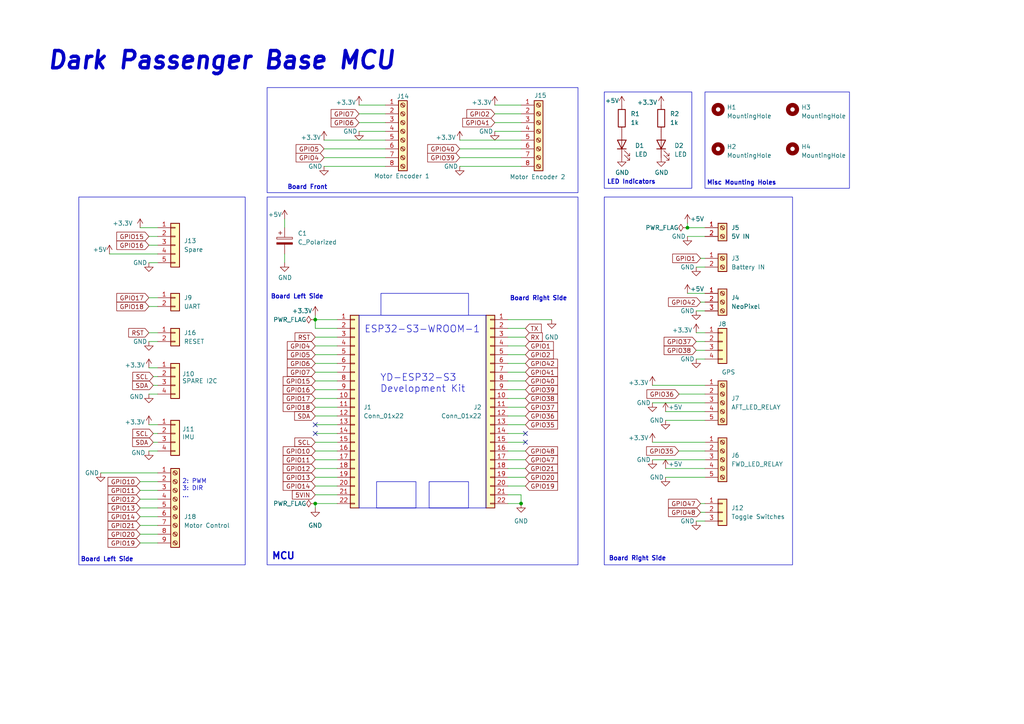
<source format=kicad_sch>
(kicad_sch (version 20250114) (generator "eeschema") (generator_version "9.0")
  (paper "A4")
  (title_block (title "Dark Passenger Base MCU Schematic") (date "2025-03-27") (rev "1.0") (comment 1 "Email: ranil.ganlath@gmail.com") (comment 2 "Author: Ranil Ganlath"))
  (lib_symbols
    (symbol "Connector:Screw_Terminal_01x02" (pin_names (offset 1.016) (hide yes))
      (property "Reference" "J" (at 0 2.54 0))
      (property "Value" "Screw_Terminal_01x02" (at 0 -5.08 0))
      (symbol "Screw_Terminal_01x02_1_1"
        (pin passive line (at -5.08 0 0) (length 3.81) (name "Pin_1") (number "1"))
        (pin passive line (at -5.08 -2.54 0) (length 3.81) (name "Pin_2") (number "2"))
      )
    )
    (symbol "Connector:Screw_Terminal_01x03" (pin_names (offset 1.016) (hide yes))
      (property "Reference" "J" (at 0 5.08 0))
      (property "Value" "Screw_Terminal_01x03" (at 0 -5.08 0))
      (symbol "Screw_Terminal_01x03_1_1"
        (pin passive line (at -5.08 2.54 0) (length 3.81) (name "Pin_1") (number "1"))
        (pin passive line (at -5.08 0 0) (length 3.81) (name "Pin_2") (number "2"))
        (pin passive line (at -5.08 -2.54 0) (length 3.81) (name "Pin_3") (number "3"))
      )
    )
    (symbol "Connector:Screw_Terminal_01x05" (pin_names (offset 1.016) (hide yes))
      (property "Reference" "J" (at 0 7.62 0))
      (property "Value" "Screw_Terminal_01x05" (at 0 -7.62 0))
      (symbol "Screw_Terminal_01x05_1_1"
        (pin passive line (at -5.08 5.08 0) (length 3.81) (name "Pin_1") (number "1"))
        (pin passive line (at -5.08 2.54 0) (length 3.81) (name "Pin_2") (number "2"))
        (pin passive line (at -5.08 0 0) (length 3.81) (name "Pin_3") (number "3"))
        (pin passive line (at -5.08 -2.54 0) (length 3.81) (name "Pin_4") (number "4"))
        (pin passive line (at -5.08 -5.08 0) (length 3.81) (name "Pin_5") (number "5"))
      )
    )
    (symbol "Connector:Screw_Terminal_01x08" (pin_names (offset 1.016) (hide yes))
      (property "Reference" "J" (at 0 10.16 0))
      (property "Value" "Screw_Terminal_01x08" (at 0 -12.7 0))
      (symbol "Screw_Terminal_01x08_1_1"
        (pin passive line (at -5.08 7.62 0) (length 3.81) (name "Pin_1") (number "1"))
        (pin passive line (at -5.08 5.08 0) (length 3.81) (name "Pin_2") (number "2"))
        (pin passive line (at -5.08 2.54 0) (length 3.81) (name "Pin_3") (number "3"))
        (pin passive line (at -5.08 0 0) (length 3.81) (name "Pin_4") (number "4"))
        (pin passive line (at -5.08 -2.54 0) (length 3.81) (name "Pin_5") (number "5"))
        (pin passive line (at -5.08 -5.08 0) (length 3.81) (name "Pin_6") (number "6"))
        (pin passive line (at -5.08 -7.62 0) (length 3.81) (name "Pin_7") (number "7"))
        (pin passive line (at -5.08 -10.16 0) (length 3.81) (name "Pin_8") (number "8"))
      )
    )
    (symbol "Connector:Screw_Terminal_01x09" (pin_names (offset 1.016) (hide yes))
      (property "Reference" "J" (at 0 12.7 0))
      (property "Value" "Screw_Terminal_01x09" (at 0 -12.7 0))
      (symbol "Screw_Terminal_01x09_1_1"
        (pin passive line (at -5.08 10.16 0) (length 3.81) (name "Pin_1") (number "1"))
        (pin passive line (at -5.08 7.62 0) (length 3.81) (name "Pin_2") (number "2"))
        (pin passive line (at -5.08 5.08 0) (length 3.81) (name "Pin_3") (number "3"))
        (pin passive line (at -5.08 2.54 0) (length 3.81) (name "Pin_4") (number "4"))
        (pin passive line (at -5.08 0 0) (length 3.81) (name "Pin_5") (number "5"))
        (pin passive line (at -5.08 -2.54 0) (length 3.81) (name "Pin_6") (number "6"))
        (pin passive line (at -5.08 -5.08 0) (length 3.81) (name "Pin_7") (number "7"))
        (pin passive line (at -5.08 -7.62 0) (length 3.81) (name "Pin_8") (number "8"))
        (pin passive line (at -5.08 -10.16 0) (length 3.81) (name "Pin_9") (number "9"))
      )
    )
    (symbol "Connector_Generic:Conn_01x02" (pin_names (offset 1.016) (hide yes))
      (property "Reference" "J" (at 0 2.54 0))
      (property "Value" "Conn_01x02" (at 0 -5.08 0))
      (symbol "Conn_01x02_1_1"
        (pin passive line (at -5.08 0 0) (length 3.81) (name "Pin_1") (number "1"))
        (pin passive line (at -5.08 -2.54 0) (length 3.81) (name "Pin_2") (number "2"))
      )
    )
    (symbol "Connector_Generic:Conn_01x03" (pin_names (offset 1.016) (hide yes))
      (property "Reference" "J" (at 0 5.08 0))
      (property "Value" "Conn_01x03" (at 0 -5.08 0))
      (symbol "Conn_01x03_1_1"
        (pin passive line (at -5.08 2.54 0) (length 3.81) (name "Pin_1") (number "1"))
        (pin passive line (at -5.08 0 0) (length 3.81) (name "Pin_2") (number "2"))
        (pin passive line (at -5.08 -2.54 0) (length 3.81) (name "Pin_3") (number "3"))
      )
    )
    (symbol "Connector_Generic:Conn_01x04" (pin_names (offset 1.016) (hide yes))
      (property "Reference" "J" (at 0 5.08 0))
      (property "Value" "Conn_01x04" (at 0 -7.62 0))
      (symbol "Conn_01x04_1_1"
        (pin passive line (at -5.08 2.54 0) (length 3.81) (name "Pin_1") (number "1"))
        (pin passive line (at -5.08 0 0) (length 3.81) (name "Pin_2") (number "2"))
        (pin passive line (at -5.08 -2.54 0) (length 3.81) (name "Pin_3") (number "3"))
        (pin passive line (at -5.08 -5.08 0) (length 3.81) (name "Pin_4") (number "4"))
      )
    )
    (symbol "Connector_Generic:Conn_01x05" (pin_names (offset 1.016) (hide yes))
      (property "Reference" "J" (at 0 7.62 0))
      (property "Value" "Conn_01x05" (at 0 -7.62 0))
      (symbol "Conn_01x05_1_1"
        (pin passive line (at -5.08 5.08 0) (length 3.81) (name "Pin_1") (number "1"))
        (pin passive line (at -5.08 2.54 0) (length 3.81) (name "Pin_2") (number "2"))
        (pin passive line (at -5.08 0 0) (length 3.81) (name "Pin_3") (number "3"))
        (pin passive line (at -5.08 -2.54 0) (length 3.81) (name "Pin_4") (number "4"))
        (pin passive line (at -5.08 -5.08 0) (length 3.81) (name "Pin_5") (number "5"))
      )
    )
    (symbol "Connector_Generic:Conn_01x22" (pin_names (offset 1.016) (hide yes))
      (property "Reference" "J" (at 0 27.94 0))
      (property "Value" "Conn_01x22" (at 0 -30.48 0))
      (symbol "Conn_01x22_1_1"
        (pin passive line (at -5.08 25.4 0) (length 3.81) (name "Pin_1") (number "1"))
        (pin passive line (at -5.08 22.86 0) (length 3.81) (name "Pin_2") (number "2"))
        (pin passive line (at -5.08 20.32 0) (length 3.81) (name "Pin_3") (number "3"))
        (pin passive line (at -5.08 17.78 0) (length 3.81) (name "Pin_4") (number "4"))
        (pin passive line (at -5.08 15.24 0) (length 3.81) (name "Pin_5") (number "5"))
        (pin passive line (at -5.08 12.7 0) (length 3.81) (name "Pin_6") (number "6"))
        (pin passive line (at -5.08 10.16 0) (length 3.81) (name "Pin_7") (number "7"))
        (pin passive line (at -5.08 7.62 0) (length 3.81) (name "Pin_8") (number "8"))
        (pin passive line (at -5.08 5.08 0) (length 3.81) (name "Pin_9") (number "9"))
        (pin passive line (at -5.08 2.54 0) (length 3.81) (name "Pin_10") (number "10"))
        (pin passive line (at -5.08 0 0) (length 3.81) (name "Pin_11") (number "11"))
        (pin passive line (at -5.08 -2.54 0) (length 3.81) (name "Pin_12") (number "12"))
        (pin passive line (at -5.08 -5.08 0) (length 3.81) (name "Pin_13") (number "13"))
        (pin passive line (at -5.08 -7.62 0) (length 3.81) (name "Pin_14") (number "14"))
        (pin passive line (at -5.08 -10.16 0) (length 3.81) (name "Pin_15") (number "15"))
        (pin passive line (at -5.08 -12.7 0) (length 3.81) (name "Pin_16") (number "16"))
        (pin passive line (at -5.08 -15.24 0) (length 3.81) (name "Pin_17") (number "17"))
        (pin passive line (at -5.08 -17.78 0) (length 3.81) (name "Pin_18") (number "18"))
        (pin passive line (at -5.08 -20.32 0) (length 3.81) (name "Pin_19") (number "19"))
        (pin passive line (at -5.08 -22.86 0) (length 3.81) (name "Pin_20") (number "20"))
        (pin passive line (at -5.08 -25.4 0) (length 3.81) (name "Pin_21") (number "21"))
        (pin passive line (at -5.08 -27.94 0) (length 3.81) (name "Pin_22") (number "22"))
      )
    )
    (symbol "Device:C_Polarized" (pin_numbers (hide yes)) (pin_names (offset 0.254))
      (property "Reference" "C" (at 0.635 2.54 0))
      (property "Value" "C_Polarized" (at 0.635 -2.54 0))
      (symbol "C_Polarized_1_1"
        (pin passive line (at 0 3.81 270) (length 2.794) (name "~") (number "1"))
        (pin passive line (at 0 -3.81 90) (length 2.794) (name "~") (number "2"))
      )
    )
    (symbol "Device:R" (pin_numbers (hide yes)) (pin_names (offset 0))
      (property "Reference" "R" (at 2.032 0 90))
      (property "Value" "R" (at 0 0 90))
      (symbol "R_1_1"
        (pin passive line (at 0 3.81 270) (length 1.27) (name "~") (number "1"))
        (pin passive line (at 0 -3.81 90) (length 1.27) (name "~") (number "2"))
      )
    )
    (symbol "GND_1" (power) (pin_numbers (hide yes)) (pin_names (offset 0) (hide yes))
      (property "Value" "GND" (at 0 -3.81 0))
      (symbol "GND_1_1_1"
        (pin power_in line (at 0 0 270) (length 0) (name "~") (number "1"))
      )
    )
    (symbol "LED_1" (pin_numbers (hide yes)) (pin_names (offset 1.016) (hide yes))
      (property "Reference" "D" (at 0 2.54 0))
      (property "Value" "LED" (at 0 -2.54 0))
      (symbol "LED_1_1_1"
        (pin passive line (at -3.81 0 0) (length 2.54) (name "K") (number "1"))
        (pin passive line (at 3.81 0 180) (length 2.54) (name "A") (number "2"))
      )
    )
    (symbol "Mechanical:MountingHole" (pin_names (offset 1.016))
      (property "Reference" "H" (at 0 5.08 0))
      (property "Value" "MountingHole" (at 0 3.175 0))
    )
    (symbol "power:+3.3V" (power) (pin_numbers (hide yes)) (pin_names (offset 0) (hide yes))
      (property "Value" "+3.3V" (at 0 3.556 0))
      (symbol "+3.3V_1_1"
        (pin power_in line (at 0 0 90) (length 0) (name "~") (number "1"))
      )
    )
    (symbol "power:+5V" (power) (pin_names (offset 0))
      (property "Value" "+5V" (at 0 3.556 0))
      (symbol "+5V_1_1"
        (pin power_in line (at 0 0 90) (length 0) (hide yes) (name "+5V") (number "1"))
      )
    )
    (symbol "power:GND" (power) (pin_names (offset 0))
      (property "Value" "GND" (at 0 -3.81 0))
      (symbol "GND_1_1"
        (pin power_in line (at 0 0 270) (length 0) (hide yes) (name "GND") (number "1"))
      )
    )
    (symbol "power:PWR_FLAG" (power) (pin_numbers (hide yes)) (pin_names (offset 0) (hide yes))
      (property "Value" "PWR_FLAG" (at 0 3.81 0))
      (symbol "PWR_FLAG_0_0"
        (pin power_out line (at 0 0 90) (length 0) (name "pwr") (number "1"))
      )
    )
  )
  (rectangle (start 77.47 25.4) (end 167.64 55.88))
  (rectangle (start 175.26 26.67) (end 200.66 54.61))
  (rectangle (start 104.14 91.44) (end 140.97 147.32))
  (rectangle (start 204.47 26.67) (end 246.38 54.61))
  (rectangle (start 110.49 85.09) (end 135.89 91.44))
  (rectangle (start 77.47 57.15) (end 167.64 163.83))
  (rectangle (start 175.26 57.15) (end 229.87 163.83))
  (rectangle (start 124.46 139.7) (end 135.89 147.32))
  (rectangle (start 109.22 139.7) (end 120.65 147.32))
  (rectangle (start 22.86 57.15) (end 71.12 163.83))
  (text "Board Right Side" (at 176.53 162.814 0) (effects (font (size 1.27 1.27) (thickness 0.254) (bold yes)) (justify left bottom)))
  (text "Board Front" (at 83.312 55.118 0) (effects (font (size 1.27 1.27) (thickness 0.254) (bold yes)) (justify left bottom)))
  (text "Misc Mounting Holes" (at 204.978 53.848 0) (effects (font (size 1.27 1.27) (thickness 0.254) (bold yes)) (justify left bottom)))
  (text "ESP32-S3-WROOM-1" (at 105.664 96.774 0) (effects (font (size 2 2)) (justify left bottom)))
  (text "Board Right Side" (at 147.828 87.376 0) (effects (font (size 1.27 1.27) (thickness 0.254) (bold yes)) (justify left bottom)))
  (text "Board Left Side" (at 23.368 163.068 0) (effects (font (size 1.27 1.27) (thickness 0.254) (bold yes)) (justify left bottom)))
  (text "MCU" (at 78.74 162.56 0) (effects (font (size 2 2) (thickness 0.4) (bold yes)) (justify left bottom)))
  (text "Dark Passenger Base MCU" (at 13.462 20.574 0) (effects (font (size 5 5) (thickness 1) (bold yes) (italic yes)) (justify left bottom)))
  (text "LED Indicators" (at 176.022 53.594 0) (effects (font (size 1.27 1.27) (thickness 0.254) (bold yes)) (justify left bottom)))
  (text "Board Left Side" (at 78.486 86.868 0) (effects (font (size 1.27 1.27) (thickness 0.254) (bold yes)) (justify left bottom)))
  (text "2: PWM\n3: DIR\n..." (at 52.832 144.526 0) (effects (font (size 1.27 1.27)) (justify left bottom)))
  (text "YD-ESP32-S3 \nDevelopment Kit" (at 110.236 114.046 0) (effects (font (size 2 2)) (justify left bottom)))
  (junction (at 91.44 92.71))
  (junction (at 151.13 146.05))
  (junction (at 199.39 66.04))
  (junction (at 91.44 146.05))
  (no_connect (at 152.4 128.27))
  (no_connect (at 91.44 125.73))
  (no_connect (at 91.44 123.19))
  (no_connect (at 152.4 125.73))
  (wire (pts (xy 91.44 102.87) (xy 97.79 102.87)))
  (wire (pts (xy 189.23 116.84) (xy 204.47 116.84)))
  (wire (pts (xy 91.44 118.11) (xy 97.79 118.11)))
  (wire (pts (xy 203.2 87.63) (xy 204.47 87.63)))
  (wire (pts (xy 152.4 128.27) (xy 147.32 128.27)))
  (wire (pts (xy 152.4 118.11) (xy 147.32 118.11)))
  (wire (pts (xy 91.44 146.05) (xy 97.79 146.05)))
  (wire (pts (xy 203.2 146.05) (xy 204.47 146.05)))
  (wire (pts (xy 43.18 99.06) (xy 45.72 99.06)))
  (wire (pts (xy 44.45 109.22) (xy 45.72 109.22)))
  (wire (pts (xy 152.4 140.97) (xy 147.32 140.97)))
  (wire (pts (xy 196.85 114.3) (xy 204.47 114.3)))
  (wire (pts (xy 152.4 125.73) (xy 147.32 125.73)))
  (wire (pts (xy 201.93 77.47) (xy 204.47 77.47)))
  (wire (pts (xy 201.93 99.06) (xy 204.47 99.06)))
  (wire (pts (xy 82.55 76.2) (xy 82.55 73.66)))
  (wire (pts (xy 91.44 138.43) (xy 97.79 138.43)))
  (wire (pts (xy 199.39 68.58) (xy 204.47 68.58)))
  (wire (pts (xy 193.04 135.89) (xy 204.47 135.89)))
  (wire (pts (xy 133.35 45.72) (xy 151.13 45.72)))
  (wire (pts (xy 151.13 143.51) (xy 151.13 146.05)))
  (wire (pts (xy 152.4 105.41) (xy 147.32 105.41)))
  (wire (pts (xy 147.32 146.05) (xy 151.13 146.05)))
  (wire (pts (xy 43.18 76.2) (xy 45.72 76.2)))
  (wire (pts (xy 152.4 135.89) (xy 147.32 135.89)))
  (wire (pts (xy 91.44 123.19) (xy 97.79 123.19)))
  (wire (pts (xy 43.18 68.58) (xy 45.72 68.58)))
  (wire (pts (xy 43.18 96.52) (xy 45.72 96.52)))
  (wire (pts (xy 91.44 110.49) (xy 97.79 110.49)))
  (wire (pts (xy 193.04 121.92) (xy 204.47 121.92)))
  (wire (pts (xy 189.23 128.27) (xy 204.47 128.27)))
  (wire (pts (xy 91.44 140.97) (xy 97.79 140.97)))
  (wire (pts (xy 93.98 43.18) (xy 111.76 43.18)))
  (wire (pts (xy 40.64 66.04) (xy 45.72 66.04)))
  (wire (pts (xy 91.44 113.03) (xy 97.79 113.03)))
  (wire (pts (xy 40.64 139.7) (xy 45.72 139.7)))
  (wire (pts (xy 152.4 97.79) (xy 147.32 97.79)))
  (wire (pts (xy 201.93 101.6) (xy 204.47 101.6)))
  (wire (pts (xy 199.39 85.09) (xy 204.47 85.09)))
  (wire (pts (xy 196.85 130.81) (xy 204.47 130.81)))
  (wire (pts (xy 199.39 64.77) (xy 199.39 66.04)))
  (wire (pts (xy 43.18 88.9) (xy 45.72 88.9)))
  (wire (pts (xy 91.44 105.41) (xy 97.79 105.41)))
  (wire (pts (xy 152.4 115.57) (xy 147.32 115.57)))
  (wire (pts (xy 199.39 66.04) (xy 204.47 66.04)))
  (wire (pts (xy 82.55 63.5) (xy 82.55 66.04)))
  (wire (pts (xy 97.79 95.25) (xy 91.44 95.25)))
  (wire (pts (xy 40.64 149.86) (xy 45.72 149.86)))
  (wire (pts (xy 91.44 128.27) (xy 97.79 128.27)))
  (wire (pts (xy 152.4 120.65) (xy 147.32 120.65)))
  (wire (pts (xy 189.23 133.35) (xy 204.47 133.35)))
  (wire (pts (xy 91.44 125.73) (xy 97.79 125.73)))
  (wire (pts (xy 133.35 43.18) (xy 151.13 43.18)))
  (wire (pts (xy 104.14 38.1) (xy 111.76 38.1)))
  (wire (pts (xy 152.4 102.87) (xy 147.32 102.87)))
  (wire (pts (xy 104.14 33.02) (xy 111.76 33.02)))
  (wire (pts (xy 91.44 97.79) (xy 97.79 97.79)))
  (wire (pts (xy 91.44 92.71) (xy 97.79 92.71)))
  (wire (pts (xy 44.45 111.76) (xy 45.72 111.76)))
  (wire (pts (xy 133.35 40.64) (xy 151.13 40.64)))
  (wire (pts (xy 152.4 107.95) (xy 147.32 107.95)))
  (wire (pts (xy 201.93 151.13) (xy 204.47 151.13)))
  (wire (pts (xy 91.44 115.57) (xy 97.79 115.57)))
  (wire (pts (xy 152.4 130.81) (xy 147.32 130.81)))
  (wire (pts (xy 152.4 133.35) (xy 147.32 133.35)))
  (wire (pts (xy 91.44 91.44) (xy 91.44 92.71)))
  (wire (pts (xy 203.2 148.59) (xy 204.47 148.59)))
  (wire (pts (xy 152.4 100.33) (xy 147.32 100.33)))
  (wire (pts (xy 152.4 138.43) (xy 147.32 138.43)))
  (wire (pts (xy 40.64 144.78) (xy 45.72 144.78)))
  (wire (pts (xy 91.44 135.89) (xy 97.79 135.89)))
  (wire (pts (xy 143.51 38.1) (xy 151.13 38.1)))
  (wire (pts (xy 143.51 30.48) (xy 151.13 30.48)))
  (wire (pts (xy 44.45 128.27) (xy 45.72 128.27)))
  (wire (pts (xy 193.04 119.38) (xy 204.47 119.38)))
  (wire (pts (xy 147.32 143.51) (xy 151.13 143.51)))
  (wire (pts (xy 201.93 104.14) (xy 204.47 104.14)))
  (wire (pts (xy 133.35 48.26) (xy 151.13 48.26)))
  (wire (pts (xy 91.44 100.33) (xy 97.79 100.33)))
  (wire (pts (xy 44.45 125.73) (xy 45.72 125.73)))
  (wire (pts (xy 29.21 137.16) (xy 45.72 137.16)))
  (wire (pts (xy 43.18 123.19) (xy 45.72 123.19)))
  (wire (pts (xy 143.51 35.56) (xy 151.13 35.56)))
  (wire (pts (xy 40.64 154.94) (xy 45.72 154.94)))
  (wire (pts (xy 43.18 106.68) (xy 45.72 106.68)))
  (wire (pts (xy 91.44 120.65) (xy 97.79 120.65)))
  (wire (pts (xy 91.44 143.51) (xy 97.79 143.51)))
  (wire (pts (xy 160.02 92.71) (xy 147.32 92.71)))
  (wire (pts (xy 91.44 130.81) (xy 97.79 130.81)))
  (wire (pts (xy 43.18 130.81) (xy 45.72 130.81)))
  (wire (pts (xy 43.18 86.36) (xy 45.72 86.36)))
  (wire (pts (xy 40.64 142.24) (xy 45.72 142.24)))
  (wire (pts (xy 189.23 111.76) (xy 204.47 111.76)))
  (wire (pts (xy 91.44 147.32) (xy 91.44 146.05)))
  (wire (pts (xy 152.4 110.49) (xy 147.32 110.49)))
  (wire (pts (xy 193.04 138.43) (xy 204.47 138.43)))
  (wire (pts (xy 93.98 48.26) (xy 111.76 48.26)))
  (wire (pts (xy 201.93 96.52) (xy 204.47 96.52)))
  (wire (pts (xy 40.64 157.48) (xy 45.72 157.48)))
  (wire (pts (xy 43.18 71.12) (xy 45.72 71.12)))
  (wire (pts (xy 152.4 95.25) (xy 147.32 95.25)))
  (wire (pts (xy 31.75 73.66) (xy 45.72 73.66)))
  (wire (pts (xy 40.64 152.4) (xy 45.72 152.4)))
  (wire (pts (xy 91.44 107.95) (xy 97.79 107.95)))
  (wire (pts (xy 91.44 133.35) (xy 97.79 133.35)))
  (wire (pts (xy 93.98 45.72) (xy 111.76 45.72)))
  (wire (pts (xy 104.14 30.48) (xy 111.76 30.48)))
  (wire (pts (xy 43.18 114.3) (xy 45.72 114.3)))
  (wire (pts (xy 203.2 74.93) (xy 204.47 74.93)))
  (wire (pts (xy 152.4 123.19) (xy 147.32 123.19)))
  (wire (pts (xy 91.44 92.71) (xy 91.44 95.25)))
  (wire (pts (xy 201.93 90.17) (xy 204.47 90.17)))
  (wire (pts (xy 104.14 35.56) (xy 111.76 35.56)))
  (wire (pts (xy 93.98 40.64) (xy 111.76 40.64)))
  (wire (pts (xy 40.64 147.32) (xy 45.72 147.32)))
  (wire (pts (xy 152.4 113.03) (xy 147.32 113.03)))
  (wire (pts (xy 143.51 33.02) (xy 151.13 33.02)))
  (global_label "GPIO19" (shape input) (at 152.4 140.97 0) (property "Intersheetrefs" "${INTERSHEET_REFS}" (effects (hide yes))))
  (global_label "GPIO37" (shape input) (at 201.93 99.06 180) (property "Intersheetrefs" "${INTERSHEET_REFS}" (effects (hide yes))))
  (global_label "GPIO14" (shape input) (at 40.64 149.86 180) (property "Intersheetrefs" "${INTERSHEET_REFS}" (effects (hide yes))))
  (global_label "GPIO39" (shape input) (at 152.4 113.03 0) (property "Intersheetrefs" "${INTERSHEET_REFS}" (effects (hide yes))))
  (global_label "TX" (shape input) (at 152.4 95.25 0) (property "Intersheetrefs" "${INTERSHEET_REFS}" (effects (hide yes))))
  (global_label "GPIO35" (shape input) (at 196.85 130.81 180) (property "Intersheetrefs" "${INTERSHEET_REFS}" (effects (hide yes))))
  (global_label "GPIO42" (shape input) (at 152.4 105.41 0) (property "Intersheetrefs" "${INTERSHEET_REFS}" (effects (hide yes))))
  (global_label "SCL" (shape input) (at 44.45 125.73 180) (property "Intersheetrefs" "${INTERSHEET_REFS}" (effects (hide yes))))
  (global_label "GPIO37" (shape input) (at 152.4 118.11 0) (property "Intersheetrefs" "${INTERSHEET_REFS}" (effects (hide yes))))
  (global_label "GPIO12" (shape input) (at 91.44 135.89 180) (property "Intersheetrefs" "${INTERSHEET_REFS}" (effects (hide yes))))
  (global_label "GPIO40" (shape input) (at 152.4 110.49 0) (property "Intersheetrefs" "${INTERSHEET_REFS}" (effects (hide yes))))
  (global_label "RST" (shape input) (at 91.44 97.79 180) (property "Intersheetrefs" "${INTERSHEET_REFS}" (effects (hide yes))))
  (global_label "GPIO17" (shape input) (at 43.18 86.36 180) (property "Intersheetrefs" "${INTERSHEET_REFS}" (effects (hide yes))))
  (global_label "GPIO20" (shape input) (at 40.64 154.94 180) (property "Intersheetrefs" "${INTERSHEET_REFS}" (effects (hide yes))))
  (global_label "GPIO48" (shape input) (at 152.4 130.81 0) (property "Intersheetrefs" "${INTERSHEET_REFS}" (effects (hide yes))))
  (global_label "GPIO2" (shape input) (at 143.51 33.02 180) (property "Intersheetrefs" "${INTERSHEET_REFS}" (effects (hide yes))))
  (global_label "GPIO36" (shape input) (at 152.4 120.65 0) (property "Intersheetrefs" "${INTERSHEET_REFS}" (effects (hide yes))))
  (global_label "GPIO4" (shape input) (at 93.98 45.72 180) (property "Intersheetrefs" "${INTERSHEET_REFS}" (effects (hide yes))))
  (global_label "GPIO35" (shape input) (at 152.4 123.19 0) (property "Intersheetrefs" "${INTERSHEET_REFS}" (effects (hide yes))))
  (global_label "GPIO15" (shape input) (at 91.44 110.49 180) (property "Intersheetrefs" "${INTERSHEET_REFS}" (effects (hide yes))))
  (global_label "RX" (shape input) (at 152.4 97.79 0) (property "Intersheetrefs" "${INTERSHEET_REFS}" (effects (hide yes))))
  (global_label "GPIO47" (shape input) (at 152.4 133.35 0) (property "Intersheetrefs" "${INTERSHEET_REFS}" (effects (hide yes))))
  (global_label "GPIO13" (shape input) (at 91.44 138.43 180) (property "Intersheetrefs" "${INTERSHEET_REFS}" (effects (hide yes))))
  (global_label "GPIO40" (shape input) (at 133.35 43.18 180) (property "Intersheetrefs" "${INTERSHEET_REFS}" (effects (hide yes))))
  (global_label "SDA" (shape input) (at 44.45 128.27 180) (property "Intersheetrefs" "${INTERSHEET_REFS}" (effects (hide yes))))
  (global_label "GPIO5" (shape input) (at 93.98 43.18 180) (property "Intersheetrefs" "${INTERSHEET_REFS}" (effects (hide yes))))
  (global_label "GPIO15" (shape input) (at 43.18 68.58 180) (property "Intersheetrefs" "${INTERSHEET_REFS}" (effects (hide yes))))
  (global_label "GPIO21" (shape input) (at 152.4 135.89 0) (property "Intersheetrefs" "${INTERSHEET_REFS}" (effects (hide yes))))
  (global_label "GPIO11" (shape input) (at 91.44 133.35 180) (property "Intersheetrefs" "${INTERSHEET_REFS}" (effects (hide yes))))
  (global_label "SCL" (shape input) (at 91.44 128.27 180) (property "Intersheetrefs" "${INTERSHEET_REFS}" (effects (hide yes))))
  (global_label "GPIO21" (shape input) (at 40.64 152.4 180) (property "Intersheetrefs" "${INTERSHEET_REFS}" (effects (hide yes))))
  (global_label "GPIO20" (shape input) (at 152.4 138.43 0) (property "Intersheetrefs" "${INTERSHEET_REFS}" (effects (hide yes))))
  (global_label "GPIO16" (shape input) (at 91.44 113.03 180) (property "Intersheetrefs" "${INTERSHEET_REFS}" (effects (hide yes))))
  (global_label "GPIO1" (shape input) (at 203.2 74.93 180) (property "Intersheetrefs" "${INTERSHEET_REFS}" (effects (hide yes))))
  (global_label "GPIO42" (shape input) (at 203.2 87.63 180) (property "Intersheetrefs" "${INTERSHEET_REFS}" (effects (hide yes))))
  (global_label "GPIO4" (shape input) (at 91.44 100.33 180) (property "Intersheetrefs" "${INTERSHEET_REFS}" (effects (hide yes))))
  (global_label "GPIO41" (shape input) (at 143.51 35.56 180) (property "Intersheetrefs" "${INTERSHEET_REFS}" (effects (hide yes))))
  (global_label "GPIO19" (shape input) (at 40.64 157.48 180) (property "Intersheetrefs" "${INTERSHEET_REFS}" (effects (hide yes))))
  (global_label "RST" (shape input) (at 43.18 96.52 180) (property "Intersheetrefs" "${INTERSHEET_REFS}" (effects (hide yes))))
  (global_label "GPIO6" (shape input) (at 104.14 35.56 180) (property "Intersheetrefs" "${INTERSHEET_REFS}" (effects (hide yes))))
  (global_label "GPIO39" (shape input) (at 133.35 45.72 180) (property "Intersheetrefs" "${INTERSHEET_REFS}" (effects (hide yes))))
  (global_label "GPIO36" (shape input) (at 196.945 114.3 180) (property "Intersheetrefs" "${INTERSHEET_REFS}" (effects (hide yes))))
  (global_label "GPIO10" (shape input) (at 91.44 130.81 180) (property "Intersheetrefs" "${INTERSHEET_REFS}" (effects (hide yes))))
  (global_label "GPIO16" (shape input) (at 43.18 71.12 180) (property "Intersheetrefs" "${INTERSHEET_REFS}" (effects (hide yes))))
  (global_label "GPIO7" (shape input) (at 104.14 33.02 180) (property "Intersheetrefs" "${INTERSHEET_REFS}" (effects (hide yes))))
  (global_label "GPIO5" (shape input) (at 91.44 102.87 180) (property "Intersheetrefs" "${INTERSHEET_REFS}" (effects (hide yes))))
  (global_label "5VIN" (shape input) (at 91.44 143.51 180) (property "Intersheetrefs" "${INTERSHEET_REFS}" (effects (hide yes))))
  (global_label "GPIO48" (shape input) (at 203.2 148.59 180) (property "Intersheetrefs" "${INTERSHEET_REFS}" (effects (hide yes))))
  (global_label "GPIO47" (shape input) (at 203.2 146.05 180) (property "Intersheetrefs" "${INTERSHEET_REFS}" (effects (hide yes))))
  (global_label "SCL" (shape input) (at 44.45 109.22 180) (property "Intersheetrefs" "${INTERSHEET_REFS}" (effects (hide yes))))
  (global_label "GPIO18" (shape input) (at 91.44 118.11 180) (property "Intersheetrefs" "${INTERSHEET_REFS}" (effects (hide yes))))
  (global_label "GPIO6" (shape input) (at 91.44 105.41 180) (property "Intersheetrefs" "${INTERSHEET_REFS}" (effects (hide yes))))
  (global_label "GPIO38" (shape input) (at 152.4 115.57 0) (property "Intersheetrefs" "${INTERSHEET_REFS}" (effects (hide yes))))
  (global_label "GPIO12" (shape input) (at 40.64 144.78 180) (property "Intersheetrefs" "${INTERSHEET_REFS}" (effects (hide yes))))
  (global_label "GPIO1" (shape input) (at 152.4 100.33 0) (property "Intersheetrefs" "${INTERSHEET_REFS}" (effects (hide yes))))
  (global_label "SDA" (shape input) (at 91.44 120.65 180) (property "Intersheetrefs" "${INTERSHEET_REFS}" (effects (hide yes))))
  (global_label "GPIO10" (shape input) (at 40.64 139.7 180) (property "Intersheetrefs" "${INTERSHEET_REFS}" (effects (hide yes))))
  (global_label "GPIO18" (shape input) (at 43.18 88.9 180) (property "Intersheetrefs" "${INTERSHEET_REFS}" (effects (hide yes))))
  (global_label "GPIO41" (shape input) (at 152.4 107.95 0) (property "Intersheetrefs" "${INTERSHEET_REFS}" (effects (hide yes))))
  (global_label "GPIO2" (shape input) (at 152.4 102.87 0) (property "Intersheetrefs" "${INTERSHEET_REFS}" (effects (hide yes))))
  (global_label "GPIO17" (shape input) (at 91.44 115.57 180) (property "Intersheetrefs" "${INTERSHEET_REFS}" (effects (hide yes))))
  (global_label "GPIO13" (shape input) (at 40.64 147.32 180) (property "Intersheetrefs" "${INTERSHEET_REFS}" (effects (hide yes))))
  (global_label "GPIO38" (shape input) (at 201.93 101.6 180) (property "Intersheetrefs" "${INTERSHEET_REFS}" (effects (hide yes))))
  (global_label "GPIO14" (shape input) (at 91.44 140.97 180) (property "Intersheetrefs" "${INTERSHEET_REFS}" (effects (hide yes))))
  (global_label "SDA" (shape input) (at 44.45 111.76 180) (property "Intersheetrefs" "${INTERSHEET_REFS}" (effects (hide yes))))
  (global_label "GPIO11" (shape input) (at 40.64 142.24 180) (property "Intersheetrefs" "${INTERSHEET_REFS}" (effects (hide yes))))
  (global_label "GPIO7" (shape input) (at 91.44 107.95 180) (property "Intersheetrefs" "${INTERSHEET_REFS}" (effects (hide yes))))
  (symbol (lib_id "power:GND") (at 180.34 45.72 0) (unit 1)
    (property "Reference" "#PWR026" (effects (hide yes)))
    (property "Value" "GND" (at 180.4543 50.0444 0))
  )
  (symbol (lib_id "power:GND") (at 43.18 130.81 0) (unit 1)
    (property "Reference" "#PWR023" (effects (hide yes)))
    (property "Value" "GND" (at 40.132 131.318 0))
  )
  (symbol (lib_id "Device:R") (at 180.34 34.29 0) (unit 1)
    (property "Reference" "R1" (at 182.88 33.0199 0) (effects (justify left)))
    (property "Value" "1k" (at 182.88 35.5599 0) (effects (justify left)))
    (property "Footprint" "Resistor_SMD:R_1206_3216Metric_Pad1.30x1.75mm_HandSolder" (effects (hide yes)))
  )
  (symbol (lib_id "power:+3.3V") (at 40.64 66.04 0) (unit 1)
    (property "Reference" "#PWR027" (effects (hide yes)))
    (property "Value" "+3.3V" (at 35.56 64.77 0))
    (property "Description" "Power symbol creates a global label with name \"+3.3V\"" (effects (hide yes)))
  )
  (symbol (lib_id "power:GND") (at 43.18 76.2 0) (unit 1)
    (property "Reference" "#PWR040" (effects (hide yes)))
    (property "Value" "GND" (at 40.64 76.2 0))
  )
  (symbol (lib_name "GND_1") (lib_id "power:GND") (at 160.02 92.71 0) (unit 1)
    (property "Reference" "#PWR04" (effects (hide yes)))
    (property "Value" "GND" (at 160.02 97.79 0))
    (property "Description" "Power symbol creates a global label with name \"GND\" , ground" (effects (hide yes)))
  )
  (symbol (lib_id "Connector:Screw_Terminal_01x02") (at 209.55 74.93 0) (unit 1)
    (property "Reference" "J3" (at 212.09 74.9299 0) (effects (justify left)))
    (property "Value" "Battery IN" (at 212.09 77.4699 0) (effects (justify left)))
    (property "Footprint" "TerminalBlock_Phoenix:TerminalBlock_Phoenix_MPT-0,5-2-2.54_1x02_P2.54mm_Horizontal" (effects (hide yes)))
  )
  (symbol (lib_id "power:GND") (at 133.35 48.26 0) (unit 1)
    (property "Reference" "#PWR032" (effects (hide yes)))
    (property "Value" "GND" (at 130.81 48.26 0))
  )
  (symbol (lib_id "Device:R") (at 191.77 34.29 0) (unit 1)
    (property "Reference" "R2" (at 194.31 33.0199 0) (effects (justify left)))
    (property "Value" "1k" (at 194.31 35.5599 0) (effects (justify left)))
    (property "Footprint" "Resistor_SMD:R_1206_3216Metric_Pad1.30x1.75mm_HandSolder" (effects (hide yes)))
  )
  (symbol (lib_id "Connector_Generic:Conn_01x05") (at 50.8 71.12 0) (unit 1)
    (property "Reference" "J13" (at 53.34 69.8499 0) (effects (justify left)))
    (property "Value" "Spare" (at 53.34 72.3899 0) (effects (justify left)))
    (property "Footprint" "Connector_PinSocket_2.54mm:PinSocket_1x05_P2.54mm_Vertical" (effects (hide yes)))
    (property "Description" "Generic connector, single row, 01x05, script generated (kicad-library-utils/schlib/autogen/connector/)" (effects (hide yes)))
  )
  (symbol (lib_id "power:GND") (at 143.51 38.1 0) (unit 1)
    (property "Reference" "#PWR038" (effects (hide yes)))
    (property "Value" "GND" (at 140.97 38.1 0))
  )
  (symbol (lib_id "power:PWR_FLAG") (at 91.44 146.05 90) (unit 1)
    (property "Reference" "#FLG03" (effects (hide yes)))
    (property "Value" "PWR_FLAG" (at 88.9 146.05 90) (effects (justify left)))
  )
  (symbol (lib_id "Connector_Generic:Conn_01x04") (at 50.8 109.22 0) (unit 1)
    (property "Reference" "J10" (at 52.832 108.458 0) (effects (justify left)))
    (property "Value" "SPARE I2C" (at 52.832 110.49 0) (effects (justify left)))
    (property "Footprint" "Connector_PinSocket_2.54mm:PinSocket_1x04_P2.54mm_Vertical" (effects (hide yes)))
  )
  (symbol (lib_id "power:+3.3V") (at 91.44 91.44 0) (unit 1)
    (property "Reference" "#PWR01" (effects (hide yes)))
    (property "Value" "+3.3V" (at 87.63 90.17 0))
    (property "Description" "Power symbol creates a global label with name \"+3.3V\"" (effects (hide yes)))
  )
  (symbol (lib_id "Device:C_Polarized") (at 82.55 69.85 0) (unit 1)
    (property "Reference" "C1" (at 86.36 67.6909 0) (effects (justify left)))
    (property "Value" "C_Polarized" (at 86.36 70.2309 0) (effects (justify left)))
    (property "Footprint" "GanlathLib:CP_Radial_D10.0mm_P5.00mm" (effects (hide yes)))
    (property "Description" "Polarized capacitor" (effects (hide yes)))
  )
  (symbol (lib_id "power:+3.3V") (at 43.18 106.68 0) (unit 1)
    (property "Reference" "#PWR020" (effects (hide yes)))
    (property "Value" "+3.3V" (at 39.116 105.918 0))
    (property "Description" "Power symbol creates a global label with name \"+3.3V\"" (effects (hide yes)))
  )
  (symbol (lib_id "Connector:Screw_Terminal_01x05") (at 209.55 133.35 0) (unit 1)
    (property "Reference" "J6" (at 212.09 132.0799 0) (effects (justify left)))
    (property "Value" "FWD_LED_RELAY" (at 212.09 134.6199 0) (effects (justify left)))
    (property "Footprint" "TerminalBlock_Phoenix:TerminalBlock_Phoenix_MPT-0,5-5-2.54_1x05_P2.54mm_Horizontal" (effects (hide yes)))
    (property "Description" "Generic screw terminal, single row, 01x05, script generated (kicad-library-utils/schlib/autogen/connector/)" (effects (hide yes)))
  )
  (symbol (lib_id "Connector_Generic:Conn_01x04") (at 50.8 125.73 0) (unit 1)
    (property "Reference" "J11" (at 52.832 124.46 0) (effects (justify left)))
    (property "Value" "IMU" (at 52.832 126.746 0) (effects (justify left)))
    (property "Footprint" "Connector_PinSocket_2.54mm:PinSocket_1x04_P2.54mm_Vertical" (effects (hide yes)))
  )
  (symbol (lib_id "Connector_Generic:Conn_01x04") (at 209.55 99.06 0) (unit 1)
    (property "Reference" "J8" (at 208.28 93.98 0) (effects (justify left)))
    (property "Value" "GPS" (at 209.296 107.95 0) (effects (justify left)))
    (property "Footprint" "Connector_PinSocket_2.54mm:PinSocket_1x04_P2.54mm_Vertical" (effects (hide yes)))
  )
  (symbol (lib_id "power:PWR_FLAG") (at 199.39 66.04 90) (unit 1)
    (property "Reference" "#FLG02" (effects (hide yes)))
    (property "Value" "PWR_FLAG" (at 196.85 66.04 90) (effects (justify left)))
  )
  (symbol (lib_id "power:+5V") (at 193.04 135.89 0) (unit 1)
    (property "Reference" "#PWR09" (effects (hide yes)))
    (property "Value" "+5V" (at 193.802 134.62 0) (effects (justify left)))
  )
  (symbol (lib_id "power:+3.3V") (at 93.98 40.64 0) (unit 1)
    (property "Reference" "#PWR029" (effects (hide yes)))
    (property "Value" "+3.3V" (at 90.17 39.878 0))
    (property "Description" "Power symbol creates a global label with name \"+3.3V\"" (effects (hide yes)))
  )
  (symbol (lib_id "Connector_Generic:Conn_01x02") (at 50.8 96.52 0) (unit 1)
    (property "Reference" "J16" (at 53.34 96.5199 0) (effects (justify left)))
    (property "Value" "RESET" (at 53.34 99.0599 0) (effects (justify left)))
    (property "Footprint" "Connector_PinSocket_2.54mm:PinSocket_1x02_P2.54mm_Vertical" (effects (hide yes)))
    (property "Description" "Generic connector, single row, 01x02, script generated (kicad-library-utils/schlib/autogen/connector/)" (effects (hide yes)))
  )
  (symbol (lib_id "power:GND") (at 104.14 38.1 0) (unit 1)
    (property "Reference" "#PWR036" (effects (hide yes)))
    (property "Value" "GND" (at 101.6 38.1 0))
  )
  (symbol (lib_id "power:GND") (at 93.98 48.26 0) (unit 1)
    (property "Reference" "#PWR030" (effects (hide yes)))
    (property "Value" "GND" (at 91.44 48.26 0))
  )
  (symbol (lib_id "power:+5V") (at 199.39 85.09 0) (unit 1)
    (property "Reference" "#PWR016" (effects (hide yes)))
    (property "Value" "+5V" (at 200.152 83.82 0) (effects (justify left)))
  )
  (symbol (lib_id "power:+3.3V") (at 133.35 40.64 0) (unit 1)
    (property "Reference" "#PWR031" (effects (hide yes)))
    (property "Value" "+3.3V" (at 129.286 39.878 0))
    (property "Description" "Power symbol creates a global label with name \"+3.3V\"" (effects (hide yes)))
  )
  (symbol (lib_id "power:GND") (at 191.77 45.72 0) (unit 1)
    (property "Reference" "#PWR028" (effects (hide yes)))
    (property "Value" "GND" (at 191.8843 50.0444 0))
  )
  (symbol (lib_id "Mechanical:MountingHole") (at 208.28 43.18 0) (unit 1)
    (property "Reference" "H2" (at 210.82 42.545 0) (effects (justify left)))
    (property "Value" "MountingHole" (at 210.82 45.085 0) (effects (justify left)))
    (property "Footprint" "MountingHole:MountingHole_3mm" (effects (hide yes)))
  )
  (symbol (lib_id "Mechanical:MountingHole") (at 208.28 31.75 0) (unit 1)
    (property "Reference" "H1" (at 210.82 31.115 0) (effects (justify left)))
    (property "Value" "MountingHole" (at 210.82 33.655 0) (effects (justify left)))
    (property "Footprint" "MountingHole:MountingHole_3mm" (effects (hide yes)))
  )
  (symbol (lib_name "GND_1") (lib_id "power:GND") (at 151.13 146.05 0) (unit 1)
    (property "Reference" "#PWR03" (effects (hide yes)))
    (property "Value" "GND" (at 151.13 151.13 0))
    (property "Description" "Power symbol creates a global label with name \"GND\" , ground" (effects (hide yes)))
  )
  (symbol (lib_id "power:+3.3V") (at 143.51 30.48 0) (unit 1)
    (property "Reference" "#PWR037" (effects (hide yes)))
    (property "Value" "+3.3V" (at 139.7 29.718 0))
    (property "Description" "Power symbol creates a global label with name \"+3.3V\"" (effects (hide yes)))
  )
  (symbol (lib_name "LED_1") (lib_id "Device:LED") (at 191.77 41.91 90) (unit 1)
    (property "Reference" "D2" (at 195.58 42.2274 90) (effects (justify right)))
    (property "Value" "LED" (at 195.58 44.7674 90) (effects (justify right)))
    (property "Footprint" "LED_SMD:LED_1206_3216Metric_Pad1.42x1.75mm_HandSolder" (effects (hide yes)))
    (property "Description" "Light emitting diode" (effects (hide yes)))
    (property "Sim.Pins" "1=K 2=A" (effects (hide yes)))
  )
  (symbol (lib_id "power:GND") (at 201.93 151.13 0) (unit 1)
    (property "Reference" "#PWR024" (effects (hide yes)))
    (property "Value" "GND" (at 199.39 151.13 0))
  )
  (symbol (lib_id "Connector_Generic:Conn_01x03") (at 209.55 148.59 0) (unit 1)
    (property "Reference" "J12" (at 212.09 147.3199 0) (effects (justify left)))
    (property "Value" "Toggle Switches" (at 212.09 149.8599 0) (effects (justify left)))
    (property "Footprint" "Connector_PinSocket_2.54mm:PinSocket_1x03_P2.54mm_Vertical" (effects (hide yes)))
    (property "Description" "Generic connector, single row, 01x03, script generated (kicad-library-utils/schlib/autogen/connector/)" (effects (hide yes)))
  )
  (symbol (lib_id "Connector:Screw_Terminal_01x08") (at 156.21 38.1 0) (unit 1)
    (property "Reference" "J15" (at 154.94 27.686 0) (effects (justify left)))
    (property "Value" "Motor Encoder 2" (at 147.828 51.308 0) (effects (justify left)))
    (property "Footprint" "TerminalBlock_Phoenix:TerminalBlock_Phoenix_MPT-0,5-8-2.54_1x08_P2.54mm_Horizontal" (effects (hide yes)))
    (property "Description" "Generic screw terminal, single row, 01x08, script generated (kicad-library-utils/schlib/autogen/connector/)" (effects (hide yes)))
  )
  (symbol (lib_id "power:GND") (at 201.93 77.47 0) (unit 1)
    (property "Reference" "#PWR015" (effects (hide yes)))
    (property "Value" "GND" (at 199.39 77.47 0))
  )
  (symbol (lib_id "power:+5V") (at 180.34 30.48 0) (mirror y) (unit 1)
    (property "Reference" "#PWR025" (effects (hide yes)))
    (property "Value" "+5V" (at 179.578 29.21 0) (effects (justify left)))
  )
  (symbol (lib_id "power:GND") (at 199.39 68.58 0) (unit 1)
    (property "Reference" "#PWR014" (effects (hide yes)))
    (property "Value" "GND" (at 196.85 68.58 0))
  )
  (symbol (lib_id "power:+3.3V") (at 191.77 30.48 0) (unit 1)
    (property "Reference" "#PWR041" (effects (hide yes)))
    (property "Value" "+3.3V" (at 187.706 29.718 0))
    (property "Description" "Power symbol creates a global label with name \"+3.3V\"" (effects (hide yes)))
  )
  (symbol (lib_id "power:GND") (at 82.55 76.2 0) (unit 1)
    (property "Reference" "#PWR039" (effects (hide yes)))
    (property "Value" "GND" (at 82.6643 80.5244 0))
  )
  (symbol (lib_id "Connector_Generic:Conn_01x22") (at 142.24 118.11 0) (mirror y) (unit 1)
    (property "Reference" "J2" (at 139.7 118.1099 0) (effects (justify left)))
    (property "Value" "Conn_01x22" (at 139.7 120.6499 0) (effects (justify left)))
    (property "Footprint" "Connector_PinSocket_2.54mm:PinSocket_1x22_P2.54mm_Vertical" (effects (hide yes)))
    (property "Description" "Generic connector, single row, 01x22, script generated (kicad-library-utils/schlib/autogen/connector/)" (effects (hide yes)))
  )
  (symbol (lib_id "power:PWR_FLAG") (at 91.44 92.71 90) (unit 1)
    (property "Reference" "#FLG01" (effects (hide yes)))
    (property "Value" "PWR_FLAG" (at 88.9 92.71 90) (effects (justify left)))
  )
  (symbol (lib_id "Connector:Screw_Terminal_01x09") (at 50.8 147.32 0) (unit 1)
    (property "Reference" "J18" (at 53.34 149.86 0) (effects (justify left)))
    (property "Value" "Motor Control" (at 53.34 152.4 0) (effects (justify left)))
    (property "Footprint" "TerminalBlock_Phoenix:TerminalBlock_Phoenix_MPT-0,5-9-2.54_1x09_P2.54mm_Horizontal" (effects (hide yes)))
    (property "Description" "Generic screw terminal, single row, 01x09, script generated (kicad-library-utils/schlib/autogen/connector/)" (effects (hide yes)))
  )
  (symbol (lib_id "power:GND") (at 43.18 114.3 0) (unit 1)
    (property "Reference" "#PWR021" (effects (hide yes)))
    (property "Value" "GND" (at 39.624 115.062 0))
  )
  (symbol (lib_id "power:GND") (at 193.04 138.43 0) (unit 1)
    (property "Reference" "#PWR010" (effects (hide yes)))
    (property "Value" "GND" (at 190.5 138.43 0))
  )
  (symbol (lib_id "Connector:Screw_Terminal_01x05") (at 209.55 116.84 0) (unit 1)
    (property "Reference" "J7" (at 212.09 115.5699 0) (effects (justify left)))
    (property "Value" "AFT_LED_RELAY" (at 212.09 118.1099 0) (effects (justify left)))
    (property "Footprint" "TerminalBlock_Phoenix:TerminalBlock_Phoenix_MPT-0,5-5-2.54_1x05_P2.54mm_Horizontal" (effects (hide yes)))
    (property "Description" "Generic screw terminal, single row, 01x05, script generated (kicad-library-utils/schlib/autogen/connector/)" (effects (hide yes)))
  )
  (symbol (lib_id "power:+3.3V") (at 104.14 30.48 0) (unit 1)
    (property "Reference" "#PWR035" (effects (hide yes)))
    (property "Value" "+3.3V" (at 100.33 29.718 0))
    (property "Description" "Power symbol creates a global label with name \"+3.3V\"" (effects (hide yes)))
  )
  (symbol (lib_id "power:GND") (at 201.93 90.17 0) (unit 1)
    (property "Reference" "#PWR017" (effects (hide yes)))
    (property "Value" "GND" (at 199.39 90.17 0))
  )
  (symbol (lib_id "power:GND") (at 189.23 133.35 0) (unit 1)
    (property "Reference" "#PWR06" (effects (hide yes)))
    (property "Value" "GND" (at 186.69 133.35 0))
  )
  (symbol (lib_id "power:+3.3V") (at 43.18 123.19 0) (unit 1)
    (property "Reference" "#PWR022" (effects (hide yes)))
    (property "Value" "+3.3V" (at 39.116 122.428 0))
    (property "Description" "Power symbol creates a global label with name \"+3.3V\"" (effects (hide yes)))
  )
  (symbol (lib_id "power:+5V") (at 193.04 119.38 0) (unit 1)
    (property "Reference" "#PWR011" (effects (hide yes)))
    (property "Value" "+5V" (at 193.802 118.11 0) (effects (justify left)))
  )
  (symbol (lib_name "GND_1") (lib_id "power:GND") (at 91.44 147.32 0) (unit 1)
    (property "Reference" "#PWR02" (effects (hide yes)))
    (property "Value" "GND" (at 91.44 152.4 0))
    (property "Description" "Power symbol creates a global label with name \"GND\" , ground" (effects (hide yes)))
  )
  (symbol (lib_id "Connector:Screw_Terminal_01x02") (at 209.55 66.04 0) (unit 1)
    (property "Reference" "J5" (at 212.09 66.0399 0) (effects (justify left)))
    (property "Value" "5V IN" (at 212.09 68.5799 0) (effects (justify left)))
    (property "Footprint" "TerminalBlock_Phoenix:TerminalBlock_Phoenix_MKDS-1,5-2_1x02_P5.00mm_Horizontal" (effects (hide yes)))
  )
  (symbol (lib_id "Connector:Screw_Terminal_01x03") (at 209.55 87.63 0) (unit 1)
    (property "Reference" "J4" (at 212.09 86.3599 0) (effects (justify left)))
    (property "Value" "NeoPixel" (at 212.09 88.8999 0) (effects (justify left)))
    (property "Footprint" "TerminalBlock_Phoenix:TerminalBlock_Phoenix_MPT-0,5-3-2.54_1x03_P2.54mm_Horizontal" (effects (hide yes)))
    (property "Description" "Generic screw terminal, single row, 01x03, script generated (kicad-library-utils/schlib/autogen/connector/)" (effects (hide yes)))
  )
  (symbol (lib_id "power:GND") (at 201.93 104.14 0) (unit 1)
    (property "Reference" "#PWR019" (effects (hide yes)))
    (property "Value" "GND" (at 199.39 104.14 0))
  )
  (symbol (lib_id "power:GND") (at 43.18 99.06 0) (unit 1)
    (property "Reference" "#PWR043" (effects (hide yes)))
    (property "Value" "GND" (at 40.64 99.06 0))
  )
  (symbol (lib_id "power:+5V") (at 82.55 63.5 0) (mirror y) (unit 1)
    (property "Reference" "#PWR042" (effects (hide yes)))
    (property "Value" "+5V" (at 81.788 62.23 0) (effects (justify left)))
  )
  (symbol (lib_id "power:+5V") (at 199.39 64.77 0) (unit 1)
    (property "Reference" "#PWR013" (effects (hide yes)))
    (property "Value" "+5V" (at 200.152 63.5 0) (effects (justify left)))
  )
  (symbol (lib_id "power:+3.3V") (at 201.93 96.52 0) (unit 1)
    (property "Reference" "#PWR018" (effects (hide yes)))
    (property "Value" "+3.3V" (at 197.866 95.758 0))
    (property "Description" "Power symbol creates a global label with name \"+3.3V\"" (effects (hide yes)))
  )
  (symbol (lib_id "power:+5V") (at 31.75 73.66 0) (mirror y) (unit 1)
    (property "Reference" "#PWR034" (effects (hide yes)))
    (property "Value" "+5V" (at 30.988 72.39 0) (effects (justify left)))
  )
  (symbol (lib_id "power:+3.3V") (at 189.23 128.27 0) (unit 1)
    (property "Reference" "#PWR05" (effects (hide yes)))
    (property "Value" "+3.3V" (at 185.166 127 0))
    (property "Description" "Power symbol creates a global label with name \"+3.3V\"" (effects (hide yes)))
  )
  (symbol (lib_id "power:GND") (at 29.21 137.16 0) (unit 1)
    (property "Reference" "#PWR033" (effects (hide yes)))
    (property "Value" "GND" (at 26.67 137.16 0))
  )
  (symbol (lib_id "Connector_Generic:Conn_01x02") (at 50.8 86.36 0) (unit 1)
    (property "Reference" "J9" (at 53.34 86.3599 0) (effects (justify left)))
    (property "Value" "UART" (at 53.34 88.8999 0) (effects (justify left)))
    (property "Footprint" "Connector_PinSocket_2.54mm:PinSocket_1x02_P2.54mm_Vertical" (effects (hide yes)))
    (property "Description" "Generic connector, single row, 01x02, script generated (kicad-library-utils/schlib/autogen/connector/)" (effects (hide yes)))
  )
  (symbol (lib_id "power:GND") (at 189.23 116.84 0) (unit 1)
    (property "Reference" "#PWR08" (effects (hide yes)))
    (property "Value" "GND" (at 186.69 116.84 0))
  )
  (symbol (lib_id "power:GND") (at 193.04 121.92 0) (unit 1)
    (property "Reference" "#PWR012" (effects (hide yes)))
    (property "Value" "GND" (at 190.5 121.92 0))
  )
  (symbol (lib_name "LED_1") (lib_id "Device:LED") (at 180.34 41.91 90) (unit 1)
    (property "Reference" "D1" (at 184.15 42.2274 90) (effects (justify right)))
    (property "Value" "LED" (at 184.15 44.7674 90) (effects (justify right)))
    (property "Footprint" "LED_SMD:LED_1206_3216Metric_Pad1.42x1.75mm_HandSolder" (effects (hide yes)))
    (property "Description" "Light emitting diode" (effects (hide yes)))
    (property "Sim.Pins" "1=K 2=A" (effects (hide yes)))
  )
  (symbol (lib_id "Mechanical:MountingHole") (at 229.87 43.18 0) (unit 1)
    (property "Reference" "H4" (at 232.41 42.545 0) (effects (justify left)))
    (property "Value" "MountingHole" (at 232.41 45.085 0) (effects (justify left)))
    (property "Footprint" "MountingHole:MountingHole_3mm" (effects (hide yes)))
  )
  (symbol (lib_id "Connector:Screw_Terminal_01x08") (at 116.84 38.1 0) (unit 1)
    (property "Reference" "J14" (at 115.062 27.94 0) (effects (justify left)))
    (property "Value" "Motor Encoder 1" (at 108.458 51.054 0) (effects (justify left)))
    (property "Footprint" "TerminalBlock_Phoenix:TerminalBlock_Phoenix_MPT-0,5-8-2.54_1x08_P2.54mm_Horizontal" (effects (hide yes)))
    (property "Description" "Generic screw terminal, single row, 01x08, script generated (kicad-library-utils/schlib/autogen/connector/)" (effects (hide yes)))
  )
  (symbol (lib_id "Connector_Generic:Conn_01x22") (at 102.87 118.11 0) (unit 1)
    (property "Reference" "J1" (at 105.41 118.1099 0) (effects (justify left)))
    (property "Value" "Conn_01x22" (at 105.41 120.6499 0) (effects (justify left)))
    (property "Footprint" "Connector_PinSocket_2.54mm:PinSocket_1x22_P2.54mm_Vertical" (effects (hide yes)))
    (property "Description" "Generic connector, single row, 01x22, script generated (kicad-library-utils/schlib/autogen/connector/)" (effects (hide yes)))
  )
  (symbol (lib_id "Mechanical:MountingHole") (at 229.87 31.75 0) (unit 1)
    (property "Reference" "H3" (at 232.41 31.115 0) (effects (justify left)))
    (property "Value" "MountingHole" (at 232.41 33.655 0) (effects (justify left)))
    (property "Footprint" "MountingHole:MountingHole_3mm" (effects (hide yes)))
  )
  (symbol (lib_id "power:+3.3V") (at 189.23 111.76 0) (unit 1)
    (property "Reference" "#PWR07" (effects (hide yes)))
    (property "Value" "+3.3V" (at 185.166 110.998 0))
    (property "Description" "Power symbol creates a global label with name \"+3.3V\"" (effects (hide yes)))
  )
)
</source>
